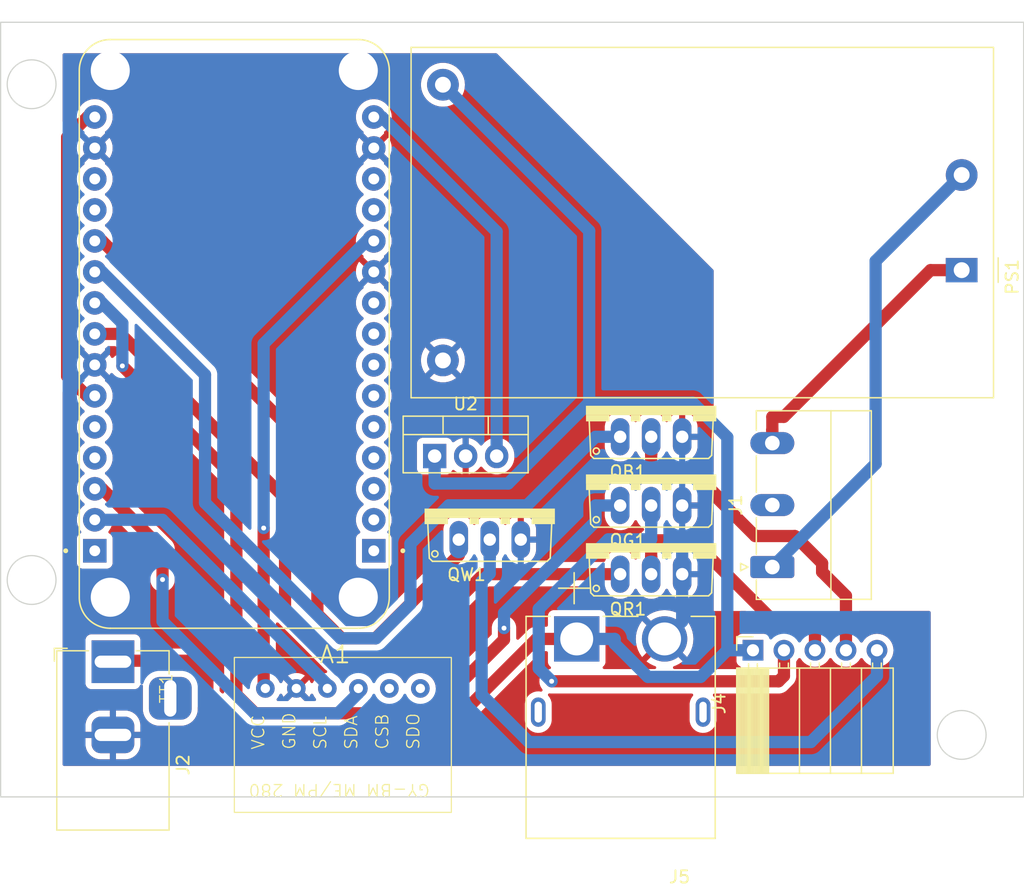
<source format=kicad_pcb>
(kicad_pcb (version 20221018) (generator pcbnew)
  (layers (0 "F.Cu" signal) (31 "B.Cu" signal) (34 "B.Paste" user) (35 "F.Paste" user) (36 "B.SilkS" user "B.Silkscreen") (37 "F.SilkS" user "F.Silkscreen") (38 "B.Mask" user) (39 "F.Mask" user) (44 "Edge.Cuts" user))
  (net 0 "")
  (net 10 "GND")
  (net 11 "Net-(A1A-3V3)")
  (net 14 "Net-(A1A-VIN)")
  (net 16 "Net-(A1B-D1)")
  (net 17 "Net-(A1B-D2)")
  (net 20 "Net-(A1B-D5)")
  (net 21 "Net-(A1B-D6)")
  (net 22 "Net-(A1B-D7)")
  (net 23 "Net-(A1B-D8)")
  (net 26 "Net-(J1-Pin_1)")
  (net 27 "Net-(J2-Pin_1)")
  (net 28 "Net-(J4-Pin_2)")
  (net 29 "Net-(J4-Pin_3)")
  (net 30 "Net-(J4-Pin_4)")
  (net 31 "Net-(J4-Pin_5)")
  (net 35 "Net-(J1-Pin_3)")
  (net 36 "unconnected-(A1B-3V3-PadJ2_15)")
  (footprint "FQP30N06L:TO220V" (layer "F.Cu") (at 134.5804 80.2515)
    (fp_text reference "QG1" (at -1.90568 5.41215) (layer "F.SilkS") (effects (font (size 1.000362 1.000362))))
    (fp_text value "FQP30N06L")
    (fp_line (start -4.953 4.064) (end -5.08 1.143) (stroke (width 0.127)) (layer "F.SilkS"))
    (fp_line (start -4.953 4.064) (end -4.699 4.318) (stroke (width 0.127)) (layer "F.SilkS"))
    (fp_line (start 4.699 4.318) (end -4.699 4.318) (stroke (width 0.127)) (layer "F.SilkS"))
    (fp_line (start 4.699 4.318) (end 4.953 4.064) (stroke (width 0.127)) (layer "F.SilkS"))
    (fp_line (start 5.08 1.143) (end 4.953 4.064) (stroke (width 0.127)) (layer "F.SilkS"))
    (fp_circle (center -4.4958 3.7084) (end -4.2418 3.7084) (stroke (width 0.127)) (fill none) (layer "F.SilkS"))
    (fp_poly (pts (xy -5.34044 0) (xy 5.334 0) (xy 5.334 0.762919) (xy -5.34044 0.762919)) (stroke (width 0.01)) (fill solid) (layer "F.SilkS"))
    (fp_poly (pts (xy -5.33672 0.762) (xy -3.429 0.762) (xy -3.429 1.27065) (xy -5.33672 1.27065)) (stroke (width 0.01)) (fill solid) (layer "F.SilkS"))
    (fp_poly (pts (xy -1.65354 0.762) (xy -0.889 0.762) (xy -0.889 1.27196) (xy -1.65354 1.27196)) (stroke (width 0.01)) (fill solid) (layer "F.SilkS"))
    (fp_poly (pts (xy 0.889697 0.762) (xy 1.651 0.762) (xy 1.651 1.271) (xy 0.889697 1.271)) (stroke (width 0.01)) (fill solid) (layer "F.SilkS"))
    (fp_poly (pts (xy 3.43158 0.762) (xy 5.334 0.762) (xy 5.334 1.27096) (xy 3.43158 1.27096)) (stroke (width 0.01)) (fill solid) (layer "F.SilkS"))
    (pad "1" thru_hole oval (at -2.54 2.54) (size 1.524 3.048) (drill 1.016) (layers "*.Cu" "*.Mask") (net 21 "Net-(A1B-D6)"))
    (pad "2" thru_hole oval (at 0 2.54) (size 1.524 3.048) (drill 1.016) (layers "*.Cu" "*.Mask") (net 28 "Net-(J4-Pin_2)"))
    (pad "3" thru_hole oval (at 2.54 2.54) (size 1.524 3.048) (drill 1.016) (layers "*.Cu" "*.Mask") (net 10 "GND"))
  )
  (footprint "FQP30N06L:TO220V" (layer "F.Cu") (at 134.5804 85.883)
    (fp_text reference "QR1" (at -1.90568 5.41215) (layer "F.SilkS") (effects (font (size 1.000362 1.000362))))
    (fp_text value "FQP30N06L")
    (fp_line (start -4.953 4.064) (end -5.08 1.143) (stroke (width 0.127)) (layer "F.SilkS"))
    (fp_line (start -4.953 4.064) (end -4.699 4.318) (stroke (width 0.127)) (layer "F.SilkS"))
    (fp_line (start 4.699 4.318) (end -4.699 4.318) (stroke (width 0.127)) (layer "F.SilkS"))
    (fp_line (start 4.699 4.318) (end 4.953 4.064) (stroke (width 0.127)) (layer "F.SilkS"))
    (fp_line (start 5.08 1.143) (end 4.953 4.064) (stroke (width 0.127)) (layer "F.SilkS"))
    (fp_circle (center -4.4958 3.7084) (end -4.2418 3.7084) (stroke (width 0.127)) (fill none) (layer "F.SilkS"))
    (fp_poly (pts (xy -5.34044 0) (xy 5.334 0) (xy 5.334 0.762919) (xy -5.34044 0.762919)) (stroke (width 0.01)) (fill solid) (layer "F.SilkS"))
    (fp_poly (pts (xy -5.33672 0.762) (xy -3.429 0.762) (xy -3.429 1.27065) (xy -5.33672 1.27065)) (stroke (width 0.01)) (fill solid) (layer "F.SilkS"))
    (fp_poly (pts (xy -1.65354 0.762) (xy -0.889 0.762) (xy -0.889 1.27196) (xy -1.65354 1.27196)) (stroke (width 0.01)) (fill solid) (layer "F.SilkS"))
    (fp_poly (pts (xy 0.889697 0.762) (xy 1.651 0.762) (xy 1.651 1.271) (xy 0.889697 1.271)) (stroke (width 0.01)) (fill solid) (layer "F.SilkS"))
    (fp_poly (pts (xy 3.43158 0.762) (xy 5.334 0.762) (xy 5.334 1.27096) (xy 3.43158 1.27096)) (stroke (width 0.01)) (fill solid) (layer "F.SilkS"))
    (pad "1" thru_hole oval (at -2.54 2.54) (size 1.524 3.048) (drill 1.016) (layers "*.Cu" "*.Mask") (net 20 "Net-(A1B-D5)"))
    (pad "2" thru_hole oval (at 0 2.54) (size 1.524 3.048) (drill 1.016) (layers "*.Cu" "*.Mask") (net 29 "Net-(J4-Pin_3)"))
    (pad "3" thru_hole oval (at 2.54 2.54) (size 1.524 3.048) (drill 1.016) (layers "*.Cu" "*.Mask") (net 10 "GND"))
  )
  (footprint "pcb:SEEED_113990105" (layer "F.Cu") (at 100.425 68.725 180)
    (fp_text reference "A1" (at -8.255 -26.289) (layer "F.SilkS") (effects (font (size 1.4 1.4))))
    (fp_text value "113990105")
    (fp_line (start -12.7 21.59) (end -12.7 -21.59) (stroke (width 0.127)) (layer "F.SilkS"))
    (fp_line (start -10.16 -24.13) (end 10.16 -24.13) (stroke (width 0.127)) (layer "F.SilkS"))
    (fp_line (start 10.16 24.13) (end -10.16 24.13) (stroke (width 0.127)) (layer "F.SilkS"))
    (fp_line (start 12.7 -21.59) (end 12.7 21.59) (stroke (width 0.127)) (layer "F.SilkS"))
    (fp_arc (start -12.7 -21.59) (mid -11.956051 -23.386051) (end -10.16 -24.13) (stroke (width 0.127)) (layer "F.SilkS"))
    (fp_arc (start -10.16 24.13) (mid -11.956051 23.386051) (end -12.7 21.59) (stroke (width 0.127)) (layer "F.SilkS"))
    (fp_arc (start 10.16 -24.13) (mid 11.956051 -23.386051) (end 12.7 -21.59) (stroke (width 0.127)) (layer "F.SilkS"))
    (fp_arc (start 12.7 21.59) (mid 11.956051 23.386051) (end 10.16 24.13) (stroke (width 0.127)) (layer "F.SilkS"))
    (fp_circle (center -13.81 -17.78) (end -13.71 -17.78) (stroke (width 0.2)) (fill none) (layer "F.SilkS"))
    (fp_circle (center 13.81 -17.78) (end 13.91 -17.78) (stroke (width 0.2)) (fill none) (layer "F.SilkS"))
    (pad "" np_thru_hole circle (at -10.16 -21.59 180) (size 3.2 3.2) (drill 3.2) (layers "*.Cu" "*.Mask"))
    (pad "" np_thru_hole circle (at -10.16 21.59 180) (size 3.2 3.2) (drill 3.2) (layers "*.Cu" "*.Mask"))
    (pad "" np_thru_hole circle (at 10.16 -21.59 180) (size 3.2 3.2) (drill 3.2) (layers "*.Cu" "*.Mask"))
    (pad "" np_thru_hole circle (at 10.16 21.59 180) (size 3.2 3.2) (drill 3.2) (layers "*.Cu" "*.Mask"))
    (pad "J1_1" thru_hole rect (at -11.43 -17.78 180) (size 1.93 1.93) (drill 0.889) (layers "*.Cu" "*.Mask"))
    (pad "J1_2" thru_hole circle (at -11.43 -15.24 180) (size 1.93 1.93) (drill 0.889) (layers "*.Cu" "*.Mask"))
    (pad "J1_3" thru_hole circle (at -11.43 -12.7 180) (size 1.93 1.93) (drill 0.889) (layers "*.Cu" "*.Mask"))
    (pad "J1_4" thru_hole circle (at -11.43 -10.16 180) (size 1.93 1.93) (drill 0.889) (layers "*.Cu" "*.Mask"))
    (pad "J1_5" thru_hole circle (at -11.43 -7.62 180) (size 1.93 1.93) (drill 0.889) (layers "*.Cu" "*.Mask"))
    (pad "J1_6" thru_hole circle (at -11.43 -5.08 180) (size 1.93 1.93) (drill 0.889) (layers "*.Cu" "*.Mask"))
    (pad "J1_7" thru_hole circle (at -11.43 -2.54 180) (size 1.93 1.93) (drill 0.889) (layers "*.Cu" "*.Mask"))
    (pad "J1_8" thru_hole circle (at -11.43 0 180) (size 1.93 1.93) (drill 0.889) (layers "*.Cu" "*.Mask"))
    (pad "J1_9" thru_hole circle (at -11.43 2.54 180) (size 1.93 1.93) (drill 0.889) (layers "*.Cu" "*.Mask"))
    (pad "J1_10" thru_hole circle (at -11.43 5.08 180) (size 1.93 1.93) (drill 0.889) (layers "*.Cu" "*.Mask") (net 10 "GND"))
    (pad "J1_11" thru_hole circle (at -11.43 7.62 180) (size 1.93 1.93) (drill 0.889) (layers "*.Cu" "*.Mask") (net 11 "Net-(A1A-3V3)"))
    (pad "J1_12" thru_hole circle (at -11.43 10.16 180) (size 1.93 1.93) (drill 0.889) (layers "*.Cu" "*.Mask"))
    (pad "J1_13" thru_hole circle (at -11.43 12.7 180) (size 1.93 1.93) (drill 0.889) (layers "*.Cu" "*.Mask"))
    (pad "J1_14" thru_hole circle (at -11.43 15.24 180) (size 1.93 1.93) (drill 0.889) (layers "*.Cu" "*.Mask") (net 10 "GND"))
    (pad "J1_15" thru_hole circle (at -11.43 17.78 180) (size 1.93 1.93) (drill 0.889) (layers "*.Cu" "*.Mask") (net 14 "Net-(A1A-VIN)"))
    (pad "J2_1" thru_hole rect (at 11.43 -17.78 180) (size 1.93 1.93) (drill 0.889) (layers "*.Cu" "*.Mask"))
    (pad "J2_2" thru_hole circle (at 11.43 -15.24 180) (size 1.93 1.93) (drill 0.889) (layers "*.Cu" "*.Mask") (net 16 "Net-(A1B-D1)"))
    (pad "J2_3" thru_hole circle (at 11.43 -12.7 180) (size 1.93 1.93) (drill 0.889) (layers "*.Cu" "*.Mask") (net 17 "Net-(A1B-D2)"))
    (pad "J2_4" thru_hole circle (at 11.43 -10.16 180) (size 1.93 1.93) (drill 0.889) (layers "*.Cu" "*.Mask"))
    (pad "J2_5" thru_hole circle (at 11.43 -7.62 180) (size 1.93 1.93) (drill 0.889) (layers "*.Cu" "*.Mask"))
    (pad "J2_6" thru_hole circle (at 11.43 -5.08 180) (size 1.93 1.93) (drill 0.889) (layers "*.Cu" "*.Mask") (net 36 "unconnected-(A1B-3V3-PadJ2_15)"))
    (pad "J2_7" thru_hole circle (at 11.43 -2.54 180) (size 1.93 1.93) (drill 0.889) (layers "*.Cu" "*.Mask") (net 10 "GND"))
    (pad "J2_8" thru_hole circle (at 11.43 0 180) (size 1.93 1.93) (drill 0.889) (layers "*.Cu" "*.Mask") (net 20 "Net-(A1B-D5)"))
    (pad "J2_9" thru_hole circle (at 11.43 2.54 180) (size 1.93 1.93) (drill 0.889) (layers "*.Cu" "*.Mask") (net 21 "Net-(A1B-D6)"))
    (pad "J2_10" thru_hole circle (at 11.43 5.08 180) (size 1.93 1.93) (drill 0.889) (layers "*.Cu" "*.Mask") (net 22 "Net-(A1B-D7)"))
    (pad "J2_11" thru_hole circle (at 11.43 7.62 180) (size 1.93 1.93) (drill 0.889) (layers "*.Cu" "*.Mask") (net 23 "Net-(A1B-D8)"))
    (pad "J2_12" thru_hole circle (at 11.43 10.16 180) (size 1.93 1.93) (drill 0.889) (layers "*.Cu" "*.Mask"))
    (pad "J2_13" thru_hole circle (at 11.43 12.7 180) (size 1.93 1.93) (drill 0.889) (layers "*.Cu" "*.Mask"))
    (pad "J2_14" thru_hole circle (at 11.43 15.24 180) (size 1.93 1.93) (drill 0.889) (layers "*.Cu" "*.Mask") (net 10 "GND"))
    (pad "J2_15" thru_hole circle (at 11.43 17.78 180) (size 1.93 1.93) (drill 0.889) (layers "*.Cu" "*.Mask") (net 36 "unconnected-(A1B-3V3-PadJ2_15)"))
  )
  (footprint "Connector_BarrelJack:BarrelJack_Horizontal" (layer "F.Cu") (at 90.4825 95.6 90)
    (fp_text reference "J2" (at -8.45 5.75 90) (layer "F.SilkS"))
    (fp_text value "Screw_Terminal_01x02")
    (fp_line (start -13.8 -4.6) (end 0.9 -4.6) (stroke (width 0.12)) (layer "F.SilkS"))
    (fp_line (start -13.8 4.6) (end -13.8 -4.6) (stroke (width 0.12)) (layer "F.SilkS"))
    (fp_line (start -5 4.6) (end -13.8 4.6) (stroke (width 0.12)) (layer "F.SilkS"))
    (fp_line (start 0.05 -4.8) (end 1.1 -4.8) (stroke (width 0.12)) (layer "F.SilkS"))
    (fp_line (start 0.9 -4.6) (end 0.9 -2) (stroke (width 0.12)) (layer "F.SilkS"))
    (fp_line (start 0.9 1.9) (end 0.9 4.6) (stroke (width 0.12)) (layer "F.SilkS"))
    (fp_line (start 0.9 4.6) (end -1 4.6) (stroke (width 0.12)) (layer "F.SilkS"))
    (fp_line (start 1.1 -3.75) (end 1.1 -4.8) (stroke (width 0.12)) (layer "F.SilkS"))
    (pad "1" thru_hole rect (at 0 0 90) (size 3.5 3.5) (drill oval 1 3) (layers "*.Cu" "*.Mask") (net 27 "Net-(J2-Pin_1)"))
    (pad "2" thru_hole roundrect (at -6 0 90) (size 3 3.5) (drill oval 1 3) (layers "*.Cu" "*.Mask") (net 10 "GND"))
    (pad "3" thru_hole roundrect (at -3 4.7 90) (size 3.5 3.5) (drill oval 3 1) (layers "*.Cu" "*.Mask"))
  )
  (footprint "Package_TO_SOT_THT:TO-220-3_Vertical" (layer "F.Cu") (at 116.84 78.74)
    (fp_text reference "U2" (at 2.54 -4.27) (layer "F.SilkS"))
    (fp_text value "LM7805_TO220")
    (fp_line (start -2.58 -3.27) (end -2.58 1.371) (stroke (width 0.12)) (layer "F.SilkS"))
    (fp_line (start -2.58 -3.27) (end 7.66 -3.27) (stroke (width 0.12)) (layer "F.SilkS"))
    (fp_line (start -2.58 -1.76) (end 7.66 -1.76) (stroke (width 0.12)) (layer "F.SilkS"))
    (fp_line (start -2.58 1.371) (end 7.66 1.371) (stroke (width 0.12)) (layer "F.SilkS"))
    (fp_line (start 0.69 -3.27) (end 0.69 -1.76) (stroke (width 0.12)) (layer "F.SilkS"))
    (fp_line (start 4.391 -3.27) (end 4.391 -1.76) (stroke (width 0.12)) (layer "F.SilkS"))
    (fp_line (start 7.66 -3.27) (end 7.66 1.371) (stroke (width 0.12)) (layer "F.SilkS"))
    (pad "1" thru_hole rect (at 0 0) (size 1.905 2) (drill 1.1) (layers "*.Cu" "*.Mask") (net 27 "Net-(J2-Pin_1)"))
    (pad "2" thru_hole oval (at 2.54 0) (size 1.905 2) (drill 1.1) (layers "*.Cu" "*.Mask") (net 10 "GND"))
    (pad "3" thru_hole oval (at 5.08 0) (size 1.905 2) (drill 1.1) (layers "*.Cu" "*.Mask") (net 14 "Net-(A1A-VIN)"))
  )
  (footprint "Connector_Phoenix_MC_HighVoltage:PhoenixContact_MC_1,5_3-G-5.08_1x03_P5.08mm_Horizontal" (layer "F.Cu") (at 144.5069 87.8374 90)
    (fp_text reference "J1" (at 5.08 -3 90) (layer "F.SilkS"))
    (fp_text value "Conn_01x03_Socket")
    (fp_line (start -2.65 -1.31) (end -2.65 8.11) (stroke (width 0.12)) (layer "F.SilkS"))
    (fp_line (start -2.65 -1.31) (end -1.05 -1.31) (stroke (width 0.12)) (layer "F.SilkS"))
    (fp_line (start -2.65 4.8) (end 12.81 4.8) (stroke (width 0.12)) (layer "F.SilkS"))
    (fp_line (start -2.65 8.11) (end 12.81 8.11) (stroke (width 0.12)) (layer "F.SilkS"))
    (fp_line (start -0.3 -2.6) (end 0.3 -2.6) (stroke (width 0.12)) (layer "F.SilkS"))
    (fp_line (start 0 -2) (end -0.3 -2.6) (stroke (width 0.12)) (layer "F.SilkS"))
    (fp_line (start 0.3 -2.6) (end 0 -2) (stroke (width 0.12)) (layer "F.SilkS"))
    (fp_line (start 1.05 -1.31) (end 4.03 -1.31) (stroke (width 0.12)) (layer "F.SilkS"))
    (fp_line (start 6.13 -1.31) (end 9.11 -1.31) (stroke (width 0.12)) (layer "F.SilkS"))
    (fp_line (start 12.81 -1.31) (end 11.21 -1.31) (stroke (width 0.12)) (layer "F.SilkS"))
    (fp_line (start 12.81 8.11) (end 12.81 -1.31) (stroke (width 0.12)) (layer "F.SilkS"))
    (pad "1" thru_hole roundrect (at 0 0 90) (size 1.8 3.6) (drill 1.2) (layers "*.Cu" "*.Mask") (roundrect_rratio 0.1388888889) (net 26 "Net-(J1-Pin_1)"))
    (pad "2" thru_hole oval (at 5.08 0 90) (size 1.8 3.6) (drill 1.2) (layers "*.Cu" "*.Mask"))
    (pad "3" thru_hole oval (at 10.16 0 90) (size 1.8 3.6) (drill 1.2) (layers "*.Cu" "*.Mask") (net 35 "Net-(J1-Pin_3)"))
  )
  (footprint "AMASS:AMASS_XT60PW-M" (layer "F.Cu") (at 132.08 99.7312 180)
    (fp_text reference "J5" (at -4.8236 -13.51498) (layer "F.SilkS") (effects (font (size 1.000441 1.000441))))
    (fp_text value "XT60PW-M")
    (fp_line (start -7.75 -10.35) (end -7.75 7.85) (stroke (width 0.127)) (layer "F.SilkS"))
    (fp_line (start -7.75 7.85) (end -5.778 7.85) (stroke (width 0.127)) (layer "F.SilkS"))
    (fp_line (start -1.422 7.85) (end 1.422 7.85) (stroke (width 0.127)) (layer "F.SilkS"))
    (fp_line (start 2.54 10.16) (end 3.81 10.16) (stroke (width 0.127)) (layer "F.SilkS"))
    (fp_line (start 3.81 10.16) (end 3.81 8.89) (stroke (width 0.127)) (layer "F.SilkS"))
    (fp_line (start 3.81 10.16) (end 3.81 11.43) (stroke (width 0.127)) (layer "F.SilkS"))
    (fp_line (start 5.08 10.16) (end 3.81 10.16) (stroke (width 0.127)) (layer "F.SilkS"))
    (fp_line (start 7.75 -10.35) (end -7.75 -10.35) (stroke (width 0.127)) (layer "F.SilkS"))
    (fp_line (start 7.75 7.85) (end 5.778 7.85) (stroke (width 0.127)) (layer "F.SilkS"))
    (fp_line (start 7.75 7.85) (end 7.75 -10.35) (stroke (width 0.127)) (layer "F.SilkS"))
    (pad "1" thru_hole rect (at 3.6 6 180) (size 3.716 3.716) (drill 2.7) (layers "*.Cu" "*.Mask") (net 27 "Net-(J2-Pin_1)"))
    (pad "2" thru_hole circle (at -3.6 6 180) (size 3.716 3.716) (drill 2.7) (layers "*.Cu" "*.Mask") (net 10 "GND"))
    (pad "S1" thru_hole oval (at 6.75 0 180) (size 1.2 2.4) (drill oval 0.6 1.7) (layers "*.Cu" "*.Mask"))
    (pad "S2" thru_hole oval (at -6.75 0 180) (size 1.2 2.4) (drill oval 0.6 1.7) (layers "*.Cu" "*.Mask"))
  )
  (footprint "Connector_PinSocket_2.54mm:PinSocket_1x05_P2.54mm_Horizontal" (layer "F.Cu") (at 142.92 94.66 90)
    (fp_text reference "J4" (at -4.38 -2.77 90) (layer "F.SilkS"))
    (fp_text value "Conn_01x05_Socket")
    (fp_line (start -10.09 -1.33) (end -10.09 11.49) (stroke (width 0.12)) (layer "F.SilkS"))
    (fp_line (start -10.09 -1.33) (end -1.46 -1.33) (stroke (width 0.12)) (layer "F.SilkS"))
    (fp_line (start -10.09 -1.21) (end -1.46 -1.21) (stroke (width 0.12)) (layer "F.SilkS"))
    (fp_line (start -10.09 -1.091905) (end -1.46 -1.091905) (stroke (width 0.12)) (layer "F.SilkS"))
    (fp_line (start -10.09 -0.97381) (end -1.46 -0.97381) (stroke (width 0.12)) (layer "F.SilkS"))
    (fp_line (start -10.09 -0.855715) (end -1.46 -0.855715) (stroke (width 0.12)) (layer "F.SilkS"))
    (fp_line (start -10.09 -0.73762) (end -1.46 -0.73762) (stroke (width 0.12)) (layer "F.SilkS"))
    (fp_line (start -10.09 -0.619525) (end -1.46 -0.619525) (stroke (width 0.12)) (layer "F.SilkS"))
    (fp_line (start -10.09 -0.50143) (end -1.46 -0.50143) (stroke (width 0.12)) (layer "F.SilkS"))
    (fp_line (start -10.09 -0.383335) (end -1.46 -0.383335) (stroke (width 0.12)) (layer "F.SilkS"))
    (fp_line (start -10.09 -0.26524) (end -1.46 -0.26524) (stroke (width 0.12)) (layer "F.SilkS"))
    (fp_line (start -10.09 -0.147145) (end -1.46 -0.147145) (stroke (width 0.12)) (layer "F.SilkS"))
    (fp_line (start -10.09 -0.02905) (end -1.46 -0.02905) (stroke (width 0.12)) (layer "F.SilkS"))
    (fp_line (start -10.09 0.089045) (end -1.46 0.089045) (stroke (width 0.12)) (layer "F.SilkS"))
    (fp_line (start -10.09 0.20714) (end -1.46 0.20714) (stroke (width 0.12)) (layer "F.SilkS"))
    (fp_line (start -10.09 0.325235) (end -1.46 0.325235) (stroke (width 0.12)) (layer "F.SilkS"))
    (fp_line (start -10.09 0.44333) (end -1.46 0.44333) (stroke (width 0.12)) (layer "F.SilkS"))
    (fp_line (start -10.09 0.561425) (end -1.46 0.561425) (stroke (width 0.12)) (layer "F.SilkS"))
    (fp_line (start -10.09 0.67952) (end -1.46 0.67952) (stroke (width 0.12)) (layer "F.SilkS"))
    (fp_line (start -10.09 0.797615) (end -1.46 0.797615) (stroke (width 0.12)) (layer "F.SilkS"))
    (fp_line (start -10.09 0.91571) (end -1.46 0.91571) (stroke (width 0.12)) (layer "F.SilkS"))
    (fp_line (start -10.09 1.033805) (end -1.46 1.033805) (stroke (width 0.12)) (layer "F.SilkS"))
    (fp_line (start -10.09 1.1519) (end -1.46 1.1519) (stroke (width 0.12)) (layer "F.SilkS"))
    (fp_line (start -10.09 1.27) (end -1.46 1.27) (stroke (width 0.12)) (layer "F.SilkS"))
    (fp_line (start -10.09 3.81) (end -1.46 3.81) (stroke (width 0.12)) (layer "F.SilkS"))
    (fp_line (start -10.09 6.35) (end -1.46 6.35) (stroke (width 0.12)) (layer "F.SilkS"))
    (fp_line (start -10.09 8.89) (end -1.46 8.89) (stroke (width 0.12)) (layer "F.SilkS"))
    (fp_line (start -10.09 11.49) (end -1.46 11.49) (stroke (width 0.12)) (layer "F.SilkS"))
    (fp_line (start -1.46 -1.33) (end -1.46 11.49) (stroke (width 0.12)) (layer "F.SilkS"))
    (fp_line (start -1.46 -0.36) (end -1.11 -0.36) (stroke (width 0.12)) (layer "F.SilkS"))
    (fp_line (start -1.46 0.36) (end -1.11 0.36) (stroke (width 0.12)) (layer "F.SilkS"))
    (fp_line (start -1.46 2.18) (end -1.05 2.18) (stroke (width 0.12)) (layer "F.SilkS"))
    (fp_line (start -1.46 2.9) (end -1.05 2.9) (stroke (width 0.12)) (layer "F.SilkS"))
    (fp_line (start -1.46 4.72) (end -1.05 4.72) (stroke (width 0.12)) (layer "F.SilkS"))
    (fp_line (start -1.46 5.44) (end -1.05 5.44) (stroke (width 0.12)) (layer "F.SilkS"))
    (fp_line (start -1.46 7.26) (end -1.05 7.26) (stroke (width 0.12)) (layer "F.SilkS"))
    (fp_line (start -1.46 7.98) (end -1.05 7.98) (stroke (width 0.12)) (layer "F.SilkS"))
    (fp_line (start -1.46 9.8) (end -1.05 9.8) (stroke (width 0.12)) (layer "F.SilkS"))
    (fp_line (start -1.46 10.52) (end -1.05 10.52) (stroke (width 0.12)) (layer "F.SilkS"))
    (fp_line (start 0 -1.33) (end 1.11 -1.33) (stroke (width 0.12)) (layer "F.SilkS"))
    (fp_line (start 1.11 -1.33) (end 1.11 0) (stroke (width 0.12)) (layer "F.SilkS"))
    (pad "1" thru_hole rect (at 0 0 90) (size 1.7 1.7) (drill 1) (layers "*.Cu" "*.Mask") (net 27 "Net-(J2-Pin_1)"))
    (pad "2" thru_hole oval (at 0 2.54 90) (size 1.7 1.7) (drill 1) (layers "*.Cu" "*.Mask") (net 28 "Net-(J4-Pin_2)"))
    (pad "3" thru_hole oval (at 0 5.08 90) (size 1.7 1.7) (drill 1) (layers "*.Cu" "*.Mask") (net 29 "Net-(J4-Pin_3)"))
    (pad "4" thru_hole oval (at 0 7.62 90) (size 1.7 1.7) (drill 1) (layers "*.Cu" "*.Mask") (net 30 "Net-(J4-Pin_4)"))
    (pad "5" thru_hole oval (at 0 10.16 90) (size 1.7 1.7) (drill 1) (layers "*.Cu" "*.Mask") (net 31 "Net-(J4-Pin_5)"))
  )
  (footprint "FQP30N06L:TO220V" (layer "F.Cu") (at 134.5804 74.62)
    (fp_text reference "QB1" (at -1.90568 5.41215) (layer "F.SilkS") (effects (font (size 1.000362 1.000362))))
    (fp_text value "FQP30N06L")
    (fp_line (start -4.953 4.064) (end -5.08 1.143) (stroke (width 0.127)) (layer "F.SilkS"))
    (fp_line (start -4.953 4.064) (end -4.699 4.318) (stroke (width 0.127)) (layer "F.SilkS"))
    (fp_line (start 4.699 4.318) (end -4.699 4.318) (stroke (width 0.127)) (layer "F.SilkS"))
    (fp_line (start 4.699 4.318) (end 4.953 4.064) (stroke (width 0.127)) (layer "F.SilkS"))
    (fp_line (start 5.08 1.143) (end 4.953 4.064) (stroke (width 0.127)) (layer "F.SilkS"))
    (fp_circle (center -4.4958 3.7084) (end -4.2418 3.7084) (stroke (width 0.127)) (fill none) (layer "F.SilkS"))
    (fp_poly (pts (xy -5.34044 0) (xy 5.334 0) (xy 5.334 0.762919) (xy -5.34044 0.762919)) (stroke (width 0.01)) (fill solid) (layer "F.SilkS"))
    (fp_poly (pts (xy -5.33672 0.762) (xy -3.429 0.762) (xy -3.429 1.27065) (xy -5.33672 1.27065)) (stroke (width 0.01)) (fill solid) (layer "F.SilkS"))
    (fp_poly (pts (xy -1.65354 0.762) (xy -0.889 0.762) (xy -0.889 1.27196) (xy -1.65354 1.27196)) (stroke (width 0.01)) (fill solid) (layer "F.SilkS"))
    (fp_poly (pts (xy 0.889697 0.762) (xy 1.651 0.762) (xy 1.651 1.271) (xy 0.889697 1.271)) (stroke (width 0.01)) (fill solid) (layer "F.SilkS"))
    (fp_poly (pts (xy 3.43158 0.762) (xy 5.334 0.762) (xy 5.334 1.27096) (xy 3.43158 1.27096)) (stroke (width 0.01)) (fill solid) (layer "F.SilkS"))
    (pad "1" thru_hole oval (at -2.54 2.54) (size 1.524 3.048) (drill 1.016) (layers "*.Cu" "*.Mask") (net 22 "Net-(A1B-D7)"))
    (pad "2" thru_hole oval (at 0 2.54) (size 1.524 3.048) (drill 1.016) (layers "*.Cu" "*.Mask") (net 30 "Net-(J4-Pin_4)"))
    (pad "3" thru_hole oval (at 2.54 2.54) (size 1.524 3.048) (drill 1.016) (layers "*.Cu" "*.Mask") (net 10 "GND"))
  )
  (footprint "FQP30N06L:TO220V" (layer "F.Cu") (at 121.3565 83.0496)
    (fp_text reference "QW1" (at -1.90568 5.41215) (layer "F.SilkS") (effects (font (size 1.000362 1.000362))))
    (fp_text value "FQP30N06L")
    (fp_line (start -4.953 4.064) (end -5.08 1.143) (stroke (width 0.127)) (layer "F.SilkS"))
    (fp_line (start -4.953 4.064) (end -4.699 4.318) (stroke (width 0.127)) (layer "F.SilkS"))
    (fp_line (start 4.699 4.318) (end -4.699 4.318) (stroke (width 0.127)) (layer "F.SilkS"))
    (fp_line (start 4.699 4.318) (end 4.953 4.064) (stroke (width 0.127)) (layer "F.SilkS"))
    (fp_line (start 5.08 1.143) (end 4.953 4.064) (stroke (width 0.127)) (layer "F.SilkS"))
    (fp_circle (center -4.4958 3.7084) (end -4.2418 3.7084) (stroke (width 0.127)) (fill none) (layer "F.SilkS"))
    (fp_poly (pts (xy -5.34044 0) (xy 5.334 0) (xy 5.334 0.762919) (xy -5.34044 0.762919)) (stroke (width 0.01)) (fill solid) (layer "F.SilkS"))
    (fp_poly (pts (xy -5.33672 0.762) (xy -3.429 0.762) (xy -3.429 1.27065) (xy -5.33672 1.27065)) (stroke (width 0.01)) (fill solid) (layer "F.SilkS"))
    (fp_poly (pts (xy -1.65354 0.762) (xy -0.889 0.762) (xy -0.889 1.27196) (xy -1.65354 1.27196)) (stroke (width 0.01)) (fill solid) (layer "F.SilkS"))
    (fp_poly (pts (xy 0.889697 0.762) (xy 1.651 0.762) (xy 1.651 1.271) (xy 0.889697 1.271)) (stroke (width 0.01)) (fill solid) (layer "F.SilkS"))
    (fp_poly (pts (xy 3.43158 0.762) (xy 5.334 0.762) (xy 5.334 1.27096) (xy 3.43158 1.27096)) (stroke (width 0.01)) (fill solid) (layer "F.SilkS"))
    (pad "1" thru_hole oval (at -2.54 2.54) (size 1.524 3.048) (drill 1.016) (layers "*.Cu" "*.Mask") (net 23 "Net-(A1B-D8)"))
    (pad "2" thru_hole oval (at 0 2.54) (size 1.524 3.048) (drill 1.016) (layers "*.Cu" "*.Mask") (net 31 "Net-(J4-Pin_5)"))
    (pad "3" thru_hole oval (at 2.54 2.54) (size 1.524 3.048) (drill 1.016) (layers "*.Cu" "*.Mask") (net 10 "GND"))
  )
  (footprint "BME280_module:BME280" (layer "F.Cu") (at 95.35 97.79 90)
    (fp_text reference "TT1" (at 0 -0.5 90 unlocked) (layer "F.SilkS") (effects (font (thickness 0.1))))
    (fp_text value "~")
    (fp_text user "CSB" (at -5.08 17.78 90 unlocked) (layer "F.SilkS") (effects (font (thickness 0.1)) (justify left bottom)))
    (fp_text user "SDO" (at -5.08 20.32 90 unlocked) (layer "F.SilkS") (effects (font (thickness 0.1)) (justify left bottom)))
    (fp_text user "GND" (at -5.08 10.16 90 unlocked) (layer "F.SilkS") (effects (font (thickness 0.1)) (justify left bottom)))
    (fp_text user "SDA" (at -5.08 15.24 90 unlocked) (layer "F.SilkS") (effects (font (thickness 0.1)) (justify left bottom)))
    (fp_text user "GY-BM ME/PM 280" (at -7.749966 21.174113 180 unlocked) (layer "F.SilkS") (effects (font (thickness 0.1)) (justify left bottom)))
    (fp_text user "VCC" (at -5.08 7.62 90 unlocked) (layer "F.SilkS") (effects (font (thickness 0.1)) (justify left bottom)))
    (fp_text user "SCL" (at -5.08 12.7 90 unlocked) (layer "F.SilkS") (effects (font (thickness 0.1)) (justify left bottom)))
    (fp_rect (start -10.16 5.08) (end 2.54 22.86) (stroke (width 0.1)) (fill none) (layer "F.SilkS"))
    (pad "1" thru_hole circle (at 0 7.62 90) (size 1.524 1.524) (drill 0.762) (layers "*.Cu" "*.Mask") (net 11 "Net-(A1A-3V3)"))
    (pad "2" thru_hole circle (at 0 10.16 90) (size 1.524 1.524) (drill 0.762) (layers "*.Cu" "*.Mask") (net 10 "GND"))
    (pad "3" thru_hole circle (at 0 12.7 90) (size 1.524 1.524) (drill 0.762) (layers "*.Cu" "*.Mask") (net 16 "Net-(A1B-D1)"))
    (pad "4" thru_hole circle (at 0 15.24 90) (size 1.524 1.524) (drill 0.762) (layers "*.Cu" "*.Mask") (net 17 "Net-(A1B-D2)"))
    (pad "5" thru_hole circle (at 0 17.78 90) (size 1.524 1.524) (drill 0.762) (layers "*.Cu" "*.Mask"))
    (pad "6" thru_hole circle (at 0 20.32 90) (size 1.524 1.524) (drill 0.762) (layers "*.Cu" "*.Mask"))
  )
  (footprint "Converter_ACDC:Converter_ACDC_HiLink_HLK-10Mxx" (layer "F.Cu") (at 160.02 63.5 180)
    (fp_text reference "PS1" (at -4.14 -0.55 90) (layer "F.SilkS"))
    (fp_text value "HLK-10M12")
    (fp_line (start -2.99 -1) (end -2.99 1.01) (stroke (width 0.12)) (layer "F.SilkS"))
    (fp_line (start -2.61 -10.46) (end -2.61 18.26) (stroke (width 0.12)) (layer "F.SilkS"))
    (fp_line (start -2.6 18.26) (end 45.11 18.26) (stroke (width 0.12)) (layer "F.SilkS"))
    (fp_line (start 45.11 -10.46) (end -2.6 -10.46) (stroke (width 0.12)) (layer "F.SilkS"))
    (fp_line (start 45.11 18.26) (end 45.11 -10.46) (stroke (width 0.12)) (layer "F.SilkS"))
    (pad "1" thru_hole rect (at 0 0 180) (size 2.6 2) (drill 1.3) (layers "*.Cu" "*.Mask") (net 35 "Net-(J1-Pin_3)"))
    (pad "2" thru_hole circle (at 0 7.8 180) (size 2.6 2.6) (drill 1.3) (layers "*.Cu" "*.Mask") (net 26 "Net-(J1-Pin_1)"))
    (pad "3" thru_hole circle (at 42.5 -7.4 180) (size 2.6 2.6) (drill 1.3) (layers "*.Cu" "*.Mask") (net 10 "GND"))
    (pad "4" thru_hole circle (at 42.5 15.2 180) (size 2.6 2.6) (drill 1.3) (layers "*.Cu" "*.Mask") (net 27 "Net-(J2-Pin_1)"))
  )
  (gr_circle (center 83.82 48.26) (end 85.82 48.26) (stroke (width 0.1)) (fill none) (layer "Edge.Cuts"))
  (gr_rect (start 81.28 43.18) (end 165.1 106.68) (stroke (width 0.1)) (fill none) (layer "Edge.Cuts"))
  (gr_circle (center 160.02 101.6) (end 162.02 101.6) (stroke (width 0.1)) (fill none) (layer "Edge.Cuts"))
  (gr_circle (center 83.82 88.9) (end 85.82 88.9) (stroke (width 0.1)) (fill none) (layer "Edge.Cuts"))
  (segment (start 137.12 87.5415) (end 137.12 88.423) (width 1) (layer "B.Cu") (net 10))
  (segment (start 137.12 92.2908) (end 135.68 93.7312) (width 1) (layer "B.Cu") (net 10))
  (segment (start 137.12 88.423) (end 137.12 92.2908) (width 1) (layer "B.Cu") (net 10))
  (segment (start 137.12 87.5411) (end 137.12 87.5415) (width 1) (layer "B.Cu") (net 10))
  (segment (start 137.12 87.5411) (end 137.12 85.1663) (width 1) (layer "B.Cu") (net 10))
  (segment (start 137.12 87.5415) (end 137.12 88.423) (width 1) (layer "B.Cu") (net 10))
  (segment (start 137.12 87.5411) (end 137.12 87.5415) (width 1) (layer "B.Cu") (net 10))
  (segment (start 102.831 84.6408) (end 102.831 97.6507) (width 1) (layer "F.Cu") (net 11))
  (segment (start 102.831 97.6507) (end 102.97 97.79) (width 1) (layer "F.Cu") (net 11))
  (via (at 102.831 84.6408) (size 0.8) (drill 0.4) (layers "F.Cu" "B.Cu") (net 11))
  (segment (start 102.831 69.5341) (end 111.26 61.105) (width 1) (layer "B.Cu") (net 11))
  (segment (start 111.26 61.105) (end 111.855 61.105) (width 1) (layer "B.Cu") (net 11))
  (segment (start 102.831 84.6408) (end 102.831 69.5341) (width 1) (layer "B.Cu") (net 11))
  (segment (start 112.516 50.945) (end 111.855 50.945) (width 1) (layer "B.Cu") (net 14))
  (segment (start 121.92 60.3486) (end 112.516 50.945) (width 1) (layer "B.Cu") (net 14))
  (segment (start 121.92 78.74) (end 121.92 60.3486) (width 1) (layer "B.Cu") (net 14))
  (segment (start 108.05 97.4815) (end 94.5335 83.965) (width 1) (layer "B.Cu") (net 16))
  (segment (start 94.5335 83.965) (end 88.995 83.965) (width 1) (layer "B.Cu") (net 16))
  (segment (start 108.05 97.79) (end 108.05 97.4815) (width 1) (layer "B.Cu") (net 16))
  (segment (start 94.5469 86.3704) (end 89.6015 81.425) (width 1) (layer "F.Cu") (net 17))
  (segment (start 94.5469 88.8641) (end 94.5469 86.3704) (width 1) (layer "F.Cu") (net 17))
  (segment (start 89.6015 81.425) (end 88.995 81.425) (width 1) (layer "F.Cu") (net 17))
  (via (at 94.5469 88.8641) (size 0.8) (drill 0.4) (layers "F.Cu" "B.Cu") (net 17))
  (segment (start 94.5469 92.2842) (end 94.5469 88.8641) (width 1) (layer "B.Cu") (net 17))
  (segment (start 110.59 98.1718) (end 108.932 99.8293) (width 1) (layer "B.Cu") (net 17))
  (segment (start 110.59 97.79) (end 110.59 98.1718) (width 1) (layer "B.Cu") (net 17))
  (segment (start 108.932 99.8293) (end 102.092 99.8293) (width 1) (layer "B.Cu") (net 17))
  (segment (start 102.092 99.8293) (end 94.5469 92.2842) (width 1) (layer "B.Cu") (net 17))
  (segment (start 132.04 88.423) (end 132.0404 88.423) (width 1) (layer "F.Cu") (net 20))
  (segment (start 88.995 68.725) (end 91.1072 68.725) (width 1) (layer "F.Cu") (net 20))
  (segment (start 108.484 95.4349) (end 113.833 95.4349) (width 1) (layer "F.Cu") (net 20))
  (segment (start 113.833 95.4349) (end 120.845 88.423) (width 1) (layer "F.Cu") (net 20))
  (segment (start 120.845 88.423) (end 132.04 88.423) (width 1) (layer "F.Cu") (net 20))
  (segment (start 91.1072 68.725) (end 104.583 82.2004) (width 1) (layer "F.Cu") (net 20))
  (segment (start 104.583 82.2004) (end 104.583 91.5331) (width 1) (layer "F.Cu") (net 20))
  (segment (start 104.583 91.5331) (end 108.484 95.4349) (width 1) (layer "F.Cu") (net 20))
  (segment (start 122.523 93.7849) (end 122.523 92.8454) (width 1) (layer "F.Cu") (net 21))
  (segment (start 116.48 99.8279) (end 122.523 93.7849) (width 1) (layer "F.Cu") (net 21))
  (segment (start 102.13 99.8279) (end 116.48 99.8279) (width 1) (layer "F.Cu") (net 21))
  (segment (start 91.2549 71.3503) (end 100.597 80.6925) (width 1) (layer "F.Cu") (net 21))
  (segment (start 100.597 80.6925) (end 100.597 98.2946) (width 1) (layer "F.Cu") (net 21))
  (segment (start 100.597 98.2946) (end 102.13 99.8279) (width 1) (layer "F.Cu") (net 21))
  (via (at 91.2549 71.3503) (size 0.8) (drill 0.4) (layers "F.Cu" "B.Cu") (net 21))
  (via (at 122.523 92.8454) (size 0.8) (drill 0.4) (layers "F.Cu" "B.Cu") (net 21))
  (segment (start 132.04 82.7915) (end 132.0404 82.7915) (width 1) (layer "B.Cu") (net 21))
  (segment (start 130.026 82.7915) (end 130.026 84.1046) (width 1) (layer "B.Cu") (net 21))
  (segment (start 89.5903 66.185) (end 91.2549 67.8496) (width 1) (layer "B.Cu") (net 21))
  (segment (start 132.04 82.7915) (end 130.026 82.7915) (width 1) (layer "B.Cu") (net 21))
  (segment (start 91.2549 67.8496) (end 91.2549 71.3503) (width 1) (layer "B.Cu") (net 21))
  (segment (start 122.523 91.6078) (end 122.523 92.8454) (width 1) (layer "B.Cu") (net 21))
  (segment (start 130.026 84.1046) (end 122.523 91.6078) (width 1) (layer "B.Cu") (net 21))
  (segment (start 88.995 66.185) (end 89.5903 66.185) (width 1) (layer "B.Cu") (net 21))
  (segment (start 114.855 85.9257) (end 114.855 90.8559) (width 1) (layer "B.Cu") (net 22))
  (segment (start 132.04 77.16) (end 130.026 77.16) (width 1) (layer "B.Cu") (net 22))
  (segment (start 118.002 82.7788) (end 114.855 85.9257) (width 1) (layer "B.Cu") (net 22))
  (segment (start 89.5951 63.645) (end 88.995 63.645) (width 1) (layer "B.Cu") (net 22))
  (segment (start 124.408 82.7788) (end 118.002 82.7788) (width 1) (layer "B.Cu") (net 22))
  (segment (start 132.04 77.16) (end 132.0404 77.16) (width 1) (layer "B.Cu") (net 22))
  (segment (start 98.0272 72.0771) (end 89.5951 63.645) (width 1) (layer "B.Cu") (net 22))
  (segment (start 130.026 77.16) (end 124.408 82.7788) (width 1) (layer "B.Cu") (net 22))
  (segment (start 114.855 90.8559) (end 112.032 93.6784) (width 1) (layer "B.Cu") (net 22))
  (segment (start 98.0272 82.5746) (end 98.0272 72.0771) (width 1) (layer "B.Cu") (net 22))
  (segment (start 109.131 93.6784) (end 98.0272 82.5746) (width 1) (layer "B.Cu") (net 22))
  (segment (start 112.032 93.6784) (end 109.131 93.6784) (width 1) (layer "B.Cu") (net 22))
  (segment (start 89.5931 61.105) (end 107.233 78.745) (width 1) (layer "F.Cu") (net 23))
  (segment (start 118.816 86.2265) (end 118.8165 86.226) (width 1) (layer "F.Cu") (net 23))
  (segment (start 107.233 91.7038) (end 109.204 93.6743) (width 1) (layer "F.Cu") (net 23))
  (segment (start 112.006 93.6743) (end 118.816 86.8634) (width 1) (layer "F.Cu") (net 23))
  (segment (start 118.816 86.8634) (end 118.816 86.2265) (width 1) (layer "F.Cu") (net 23))
  (segment (start 118.8165 86.226) (end 118.8165 85.5896) (width 1) (layer "F.Cu") (net 23))
  (segment (start 88.995 61.105) (end 89.5931 61.105) (width 1) (layer "F.Cu") (net 23))
  (segment (start 109.204 93.6743) (end 112.006 93.6743) (width 1) (layer "F.Cu") (net 23))
  (segment (start 107.233 78.745) (end 107.233 91.7038) (width 1) (layer "F.Cu") (net 23))
  (segment (start 118.816 86.2265) (end 118.816 85.5896) (width 1) (layer "F.Cu") (net 23))
  (segment (start 144.5069 87.8374) (end 144.507 87.8374) (width 1) (layer "B.Cu") (net 26))
  (segment (start 160.02 55.7) (end 152.971 62.7494) (width 1) (layer "B.Cu") (net 26))
  (segment (start 152.971 79.3737) (end 144.507 87.8374) (width 1) (layer "B.Cu") (net 26))
  (segment (start 152.971 62.7494) (end 152.971 79.3737) (width 1) (layer "B.Cu") (net 26))
  (segment (start 98.2206 98.4225) (end 101.404 101.605) (width 1) (layer "F.Cu") (net 27))
  (segment (start 101.404 101.605) (end 117.312 101.605) (width 1) (layer "F.Cu") (net 27))
  (segment (start 125.186 93.7312) (end 128.48 93.7312) (width 1) (layer "F.Cu") (net 27))
  (segment (start 117.312 101.605) (end 125.186 93.7312) (width 1) (layer "F.Cu") (net 27))
  (segment (start 90.5646 95.5179) (end 96.8728 95.5179) (width 1) (layer "F.Cu") (net 27))
  (segment (start 96.8728 95.5179) (end 98.2206 96.8657) (width 1) (layer "F.Cu") (net 27))
  (segment (start 90.4825 95.6) (end 90.5646 95.5179) (width 1) (layer "F.Cu") (net 27))
  (segment (start 98.2206 96.8657) (end 98.2206 98.4225) (width 1) (layer "F.Cu") (net 27))
  (segment (start 116.84 78.74) (end 116.84 80.9919) (width 1) (layer "B.Cu") (net 27))
  (segment (start 131.59 93.7312) (end 131.59 94.1201) (width 1) (layer "B.Cu") (net 27))
  (segment (start 131.59 94.1201) (end 134.311 96.8411) (width 1) (layer "B.Cu") (net 27))
  (segment (start 117.52 48.3) (end 129.501 60.2808) (width 1) (layer "B.Cu") (net 27))
  (segment (start 140.818 77.1939) (end 140.818 94.66) (width 1) (layer "B.Cu") (net 27))
  (segment (start 122.864 80.9919) (end 129.501 74.3549) (width 1) (layer "B.Cu") (net 27))
  (segment (start 116.84 80.9919) (end 122.864 80.9919) (width 1) (layer "B.Cu") (net 27))
  (segment (start 134.311 96.8411) (end 138.637 96.8411) (width 1) (layer "B.Cu") (net 27))
  (segment (start 128.48 93.7312) (end 131.59 93.7312) (width 1) (layer "B.Cu") (net 27))
  (segment (start 142.92 94.66) (end 140.818 94.66) (width 1) (layer "B.Cu") (net 27))
  (segment (start 129.501 60.2808) (end 129.501 74.3549) (width 1) (layer "B.Cu") (net 27))
  (segment (start 129.501 74.3549) (end 137.979 74.3549) (width 1) (layer "B.Cu") (net 27))
  (segment (start 138.637 96.8411) (end 140.818 94.66) (width 1) (layer "B.Cu") (net 27))
  (segment (start 137.979 74.3549) (end 140.818 77.1939) (width 1) (layer "B.Cu") (net 27))
  (segment (start 145.46 96.7619) (end 145.019 97.2033) (width 1) (layer "F.Cu") (net 28))
  (segment (start 145.019 97.2033) (end 126.425 97.2033) (width 1) (layer "F.Cu") (net 28))
  (segment (start 145.46 94.66) (end 145.46 96.7619) (width 1) (layer "F.Cu") (net 28))
  (via (at 126.425 97.2033) (size 0.8) (drill 0.4) (layers "F.Cu" "B.Cu") (net 28))
  (segment (start 134.58 85.5674) (end 134.58 84.1794) (width 1) (layer "B.Cu") (net 28))
  (segment (start 134.58 84.1794) (end 134.5804 84.179) (width 1) (layer "B.Cu") (net 28))
  (segment (start 134.58 84.1794) (end 134.58 82.7915) (width 1) (layer "B.Cu") (net 28))
  (segment (start 125.37 91.2699) (end 131.073 85.5674) (width 1) (layer "B.Cu") (net 28))
  (segment (start 125.37 96.1487) (end 125.37 91.2699) (width 1) (layer "B.Cu") (net 28))
  (segment (start 126.425 97.2033) (end 125.37 96.1487) (width 1) (layer "B.Cu") (net 28))
  (segment (start 131.073 85.5674) (end 134.58 85.5674) (width 1) (layer "B.Cu") (net 28))
  (segment (start 134.5804 84.179) (end 134.5804 82.7915) (width 1) (layer "B.Cu") (net 28))
  (segment (start 134.58 87.035) (end 134.58 88.423) (width 1) (layer "F.Cu") (net 29))
  (segment (start 134.5804 87.0354) (end 134.5804 88.423) (width 1) (layer "F.Cu") (net 29))
  (segment (start 134.58 85.6471) (end 134.58 87.035) (width 1) (layer "F.Cu") (net 29))
  (segment (start 148 92.5581) (end 144.902 92.5581) (width 1) (layer "F.Cu") (net 29))
  (segment (start 137.991 85.6471) (end 134.58 85.6471) (width 1) (layer "F.Cu") (net 29))
  (segment (start 134.58 87.035) (end 134.5804 87.0354) (width 1) (layer "F.Cu") (net 29))
  (segment (start 144.902 92.5581) (end 137.991 85.6471) (width 1) (layer "F.Cu") (net 29))
  (segment (start 148 94.66) (end 148 92.5581) (width 1) (layer "F.Cu") (net 29))
  (segment (start 134.58 79.9359) (end 137.916 79.9359) (width 1) (layer "F.Cu") (net 30))
  (segment (start 137.916 79.9359) (end 139.949 81.9693) (width 1) (layer "F.Cu") (net 30))
  (segment (start 143.101 85.2969) (end 146.356 85.2969) (width 1) (layer "F.Cu") (net 30))
  (segment (start 146.356 85.2969) (end 148.584 87.5242) (width 1) (layer "F.Cu") (net 30))
  (segment (start 134.58 78.5479) (end 134.5804 78.5475) (width 1) (layer "F.Cu") (net 30))
  (segment (start 139.949 82.145) (end 143.101 85.2969) (width 1) (layer "F.Cu") (net 30))
  (segment (start 148.584 88.2409) (end 150.54 90.1973) (width 1) (layer "F.Cu") (net 30))
  (segment (start 150.54 90.1973) (end 150.54 94.66) (width 1) (layer "F.Cu") (net 30))
  (segment (start 134.58 78.5479) (end 134.58 79.9359) (width 1) (layer "F.Cu") (net 30))
  (segment (start 134.5804 78.5475) (end 134.5804 77.16) (width 1) (layer "F.Cu") (net 30))
  (segment (start 134.58 77.16) (end 134.58 78.5479) (width 1) (layer "F.Cu") (net 30))
  (segment (start 139.949 81.9693) (end 139.949 82.145) (width 1) (layer "F.Cu") (net 30))
  (segment (start 148.584 87.5242) (end 148.584 88.2409) (width 1) (layer "F.Cu") (net 30))
  (segment (start 120.692 98.3124) (end 120.692 89.0305) (width 1) (layer "B.Cu") (net 31))
  (segment (start 147.657 102.184) (end 124.564 102.184) (width 1) (layer "B.Cu") (net 31))
  (segment (start 153.08 96.7619) (end 147.657 102.184) (width 1) (layer "B.Cu") (net 31))
  (segment (start 124.564 102.184) (end 120.692 98.3124) (width 1) (layer "B.Cu") (net 31))
  (segment (start 153.08 94.66) (end 153.08 96.7619) (width 1) (layer "B.Cu") (net 31))
  (segment (start 121.356 86.9775) (end 121.356 85.5896) (width 1) (layer "B.Cu") (net 31))
  (segment (start 121.356 86.9775) (end 121.3565 86.977) (width 1) (layer "B.Cu") (net 31))
  (segment (start 121.356 88.3655) (end 121.356 86.9775) (width 1) (layer "B.Cu") (net 31))
  (segment (start 121.3565 86.977) (end 121.3565 85.5896) (width 1) (layer "B.Cu") (net 31))
  (segment (start 120.692 89.0305) (end 121.356 88.3655) (width 1) (layer "B.Cu") (net 31))
  (segment (start 144.5069 76.6015) (end 144.5069 77.6774) (width 1) (layer "F.Cu") (net 35))
  (segment (start 144.507 76.6014) (end 144.507 75.5255) (width 1) (layer "F.Cu") (net 35))
  (segment (start 157.468 63.5) (end 160.02 63.5) (width 1) (layer "F.Cu") (net 35))
  (segment (start 144.507 76.6014) (end 144.5069 76.6015) (width 1) (layer "F.Cu") (net 35))
  (segment (start 144.507 77.6774) (end 144.507 76.6014) (width 1) (layer "F.Cu") (net 35))
  (segment (start 145.443 75.5255) (end 157.468 63.5) (width 1) (layer "F.Cu") (net 35))
  (segment (start 144.507 75.5255) (end 145.443 75.5255) (width 1) (layer "F.Cu") (net 35))
  (segment (start 88.3973 50.945) (end 86.7278 52.6145) (width 1) (layer "F.Cu") (net 36))
  (segment (start 86.7278 52.6145) (end 86.7278 72.1889) (width 1) (layer "F.Cu") (net 36))
  (segment (start 88.3439 73.805) (end 88.995 73.805) (width 1) (layer "F.Cu") (net 36))
  (segment (start 86.7278 72.1889) (end 88.3439 73.805) (width 1) (layer "F.Cu") (net 36))
  (segment (start 88.995 50.945) (end 88.3973 50.945) (width 1) (layer "F.Cu") (net 36))
  (zone (net 10) (net_name "GND") (layer "F.Cu") (priority 1) (connect_pads (clearance 0.5)) (min_thickness 0.25) (fill yes (thermal_gap 0.5) (thermal_bridge_width 0.5))
    (polygon (pts (xy 86.36 45.72) (xy 121.92 45.72) (xy 139.7 63.5) (xy 139.7 91.44) (xy 157.48 91.44) (xy 157.48 104.14) (xy 86.36 104.14)))
  )
  (zone (net 10) (net_name "GND") (layer "B.Cu") (connect_pads (clearance 0.5)) (min_thickness 0.25) (fill yes (thermal_gap 0.5) (thermal_bridge_width 0.5))
    (polygon (pts (xy 86.36 45.72) (xy 121.92 45.72) (xy 139.7 63.5) (xy 139.7 91.44) (xy 157.48 91.44) (xy 157.48 104.14) (xy 86.36 104.14)))
  )
)
</source>
